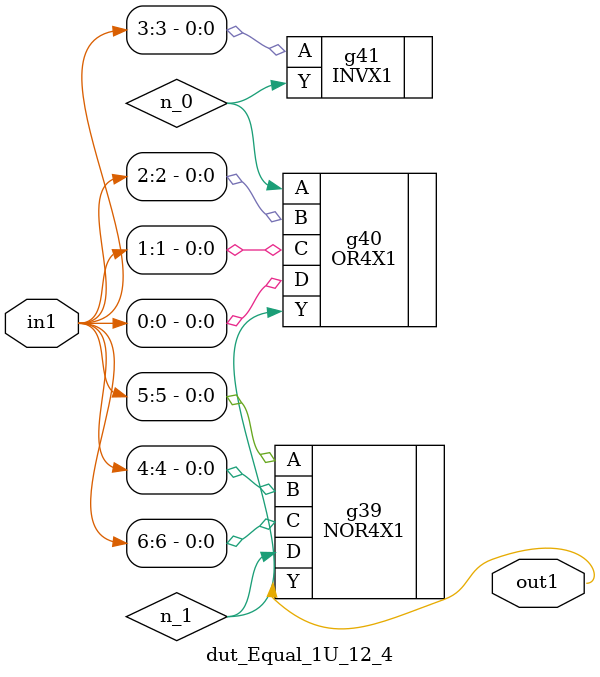
<source format=v>
`timescale 1ps / 1ps


module dut_Equal_1U_12_4(in1, out1);
  input [6:0] in1;
  output out1;
  wire [6:0] in1;
  wire out1;
  wire n_0, n_1;
  NOR4X1 g39(.A (in1[5]), .B (in1[4]), .C (in1[6]), .D (n_1), .Y
       (out1));
  OR4X1 g40(.A (n_0), .B (in1[2]), .C (in1[1]), .D (in1[0]), .Y (n_1));
  INVX1 g41(.A (in1[3]), .Y (n_0));
endmodule



</source>
